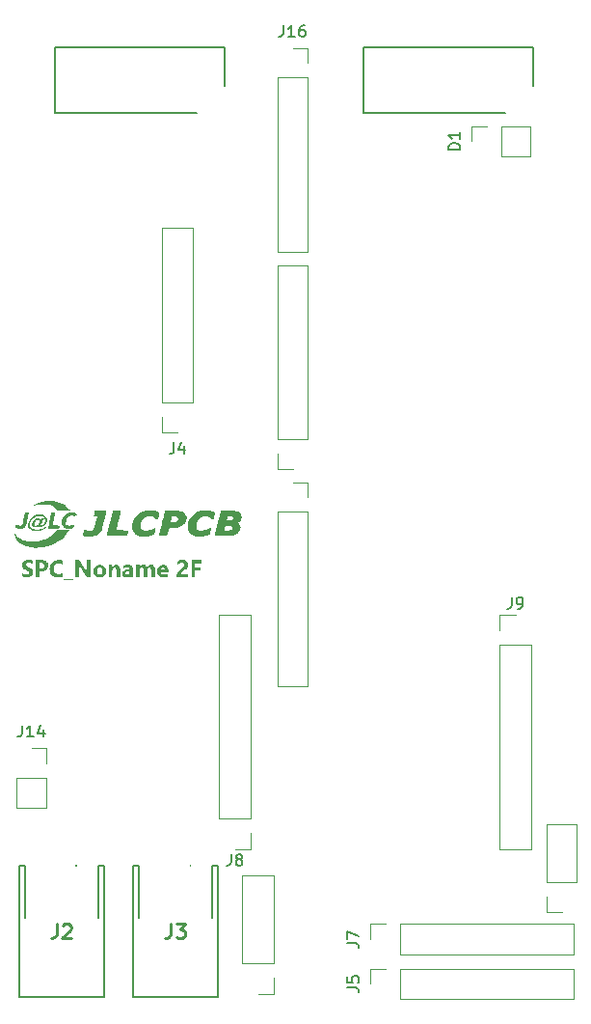
<source format=gbr>
%TF.GenerationSoftware,KiCad,Pcbnew,9.0.2*%
%TF.CreationDate,2025-11-02T21:53:54+09:00*%
%TF.ProjectId,SPC_Noname2,5350435f-4e6f-46e6-916d-65322e6b6963,rev?*%
%TF.SameCoordinates,Original*%
%TF.FileFunction,Legend,Top*%
%TF.FilePolarity,Positive*%
%FSLAX46Y46*%
G04 Gerber Fmt 4.6, Leading zero omitted, Abs format (unit mm)*
G04 Created by KiCad (PCBNEW 9.0.2) date 2025-11-02 21:53:54*
%MOMM*%
%LPD*%
G01*
G04 APERTURE LIST*
%ADD10C,0.300000*%
%ADD11C,0.150000*%
%ADD12C,0.254000*%
%ADD13C,0.120000*%
%ADD14C,0.200000*%
%ADD15C,0.100000*%
%ADD16C,0.000000*%
G04 APERTURE END LIST*
D10*
G36*
X171540383Y-102425923D02*
G01*
X171540383Y-102095737D01*
X171633967Y-102162781D01*
X171734007Y-102210043D01*
X171839648Y-102238721D01*
X171945124Y-102248145D01*
X172005608Y-102245152D01*
X172054301Y-102236971D01*
X172098368Y-102223007D01*
X172132153Y-102205738D01*
X172159936Y-102183490D01*
X172178773Y-102158752D01*
X172190298Y-102130556D01*
X172194160Y-102099951D01*
X172187960Y-102059156D01*
X172169522Y-102023197D01*
X172141342Y-101991502D01*
X172102386Y-101960732D01*
X172001453Y-101905503D01*
X171875515Y-101851189D01*
X171764760Y-101796598D01*
X171680715Y-101738129D01*
X171618785Y-101676159D01*
X171572238Y-101603319D01*
X171544015Y-101520931D01*
X171534247Y-101426390D01*
X171539731Y-101351101D01*
X171555344Y-101285954D01*
X171580317Y-101229286D01*
X171634701Y-101154256D01*
X171705888Y-101093640D01*
X171790246Y-101048022D01*
X171889803Y-101015329D01*
X171996265Y-100996637D01*
X172111179Y-100990233D01*
X172222710Y-100993896D01*
X172314511Y-101003972D01*
X172400877Y-101021699D01*
X172478001Y-101046195D01*
X172478001Y-101350186D01*
X172397493Y-101306406D01*
X172307825Y-101274990D01*
X172216142Y-101256580D01*
X172129589Y-101250535D01*
X172074665Y-101253334D01*
X172027098Y-101261251D01*
X171983403Y-101274609D01*
X171949246Y-101291385D01*
X171920616Y-101313146D01*
X171900061Y-101337913D01*
X171887059Y-101366502D01*
X171882659Y-101398729D01*
X171887572Y-101433847D01*
X171902076Y-101464767D01*
X171924833Y-101492306D01*
X171957397Y-101519996D01*
X172044501Y-101571195D01*
X172160363Y-101622944D01*
X172245634Y-101661749D01*
X172318633Y-101701255D01*
X172384753Y-101746044D01*
X172439075Y-101794861D01*
X172483394Y-101850819D01*
X172515920Y-101914204D01*
X172535549Y-101984667D01*
X172542573Y-102070275D01*
X172536915Y-102151072D01*
X172521013Y-102219111D01*
X172495953Y-102276538D01*
X172440971Y-102352084D01*
X172369374Y-102411727D01*
X172284463Y-102455500D01*
X172183444Y-102485915D01*
X172075577Y-102502698D01*
X171959504Y-102508447D01*
X171840336Y-102503163D01*
X171729427Y-102487747D01*
X171625074Y-102461148D01*
X171540383Y-102425923D01*
G37*
G36*
X173448294Y-101022938D02*
G01*
X173563852Y-101048283D01*
X173655394Y-101086982D01*
X173727331Y-101137658D01*
X173782825Y-101200425D01*
X173823522Y-101276876D01*
X173849375Y-101369905D01*
X173858645Y-101483451D01*
X173848235Y-101591398D01*
X173818233Y-101685542D01*
X173769069Y-101768678D01*
X173699276Y-101842671D01*
X173616431Y-101900750D01*
X173519709Y-101943439D01*
X173406511Y-101970352D01*
X173273561Y-101979875D01*
X173115750Y-101979875D01*
X173115750Y-102485000D01*
X172784831Y-102485000D01*
X172784831Y-101728824D01*
X173115750Y-101728824D01*
X173245901Y-101728824D01*
X173333930Y-101720996D01*
X173399135Y-101700016D01*
X173446925Y-101668113D01*
X173480927Y-101625254D01*
X173502466Y-101569166D01*
X173510324Y-101495724D01*
X173502555Y-101424297D01*
X173481214Y-101369592D01*
X173447405Y-101327630D01*
X173399690Y-101296268D01*
X173334349Y-101275579D01*
X173245901Y-101267846D01*
X173115750Y-101267846D01*
X173115750Y-101728824D01*
X172784831Y-101728824D01*
X172784831Y-101013681D01*
X173303328Y-101013681D01*
X173448294Y-101022938D01*
G37*
G36*
X175127822Y-102430411D02*
G01*
X175017733Y-102471550D01*
X174879685Y-102498575D01*
X174707694Y-102508447D01*
X174571554Y-102499624D01*
X174452623Y-102474461D01*
X174348344Y-102434294D01*
X174256603Y-102379579D01*
X174175825Y-102309877D01*
X174107610Y-102227289D01*
X174054179Y-102134699D01*
X174015089Y-102030696D01*
X173990711Y-101913404D01*
X173982201Y-101780573D01*
X173991607Y-101639923D01*
X174018690Y-101514530D01*
X174062392Y-101402126D01*
X174122554Y-101300846D01*
X174199913Y-101209319D01*
X174291093Y-101131259D01*
X174391644Y-101070698D01*
X174502889Y-101026802D01*
X174626641Y-100999650D01*
X174765122Y-100990233D01*
X174908190Y-100996995D01*
X175027961Y-101015804D01*
X175127822Y-101044822D01*
X175127822Y-101365390D01*
X175026131Y-101315682D01*
X174914831Y-101285460D01*
X174791683Y-101275081D01*
X174689947Y-101283784D01*
X174601924Y-101308674D01*
X174525100Y-101348920D01*
X174457650Y-101405049D01*
X174403472Y-101473554D01*
X174364048Y-101553462D01*
X174339340Y-101646982D01*
X174330614Y-101757034D01*
X174338842Y-101862628D01*
X174362165Y-101952671D01*
X174399389Y-102029868D01*
X174450506Y-102096287D01*
X174514291Y-102150633D01*
X174587938Y-102189745D01*
X174673377Y-102214051D01*
X174773273Y-102222591D01*
X174899796Y-102211837D01*
X175017327Y-102180156D01*
X175127822Y-102127428D01*
X175127822Y-102430411D01*
G37*
G36*
X176087422Y-102788624D02*
G01*
X175216482Y-102788624D01*
X175216482Y-102666716D01*
X176087422Y-102666716D01*
X176087422Y-102788624D01*
G37*
G36*
X177576876Y-102485000D02*
G01*
X177242843Y-102485000D01*
X176637151Y-101560571D01*
X176563421Y-101438480D01*
X176559299Y-101438480D01*
X176567542Y-101676525D01*
X176567542Y-102485000D01*
X176255034Y-102485000D01*
X176255034Y-101013681D01*
X176611598Y-101013681D01*
X177194666Y-101909350D01*
X177268397Y-102029426D01*
X177272519Y-102029426D01*
X177266898Y-101965789D01*
X177264275Y-101827284D01*
X177264275Y-101013681D01*
X177576876Y-101013681D01*
X177576876Y-102485000D01*
G37*
G36*
X178526346Y-101422444D02*
G01*
X178635646Y-101451083D01*
X178728071Y-101496548D01*
X178806394Y-101558739D01*
X178870391Y-101636350D01*
X178916414Y-101725191D01*
X178944955Y-101827442D01*
X178954955Y-101946078D01*
X178944456Y-102074860D01*
X178914720Y-102184154D01*
X178867205Y-102277468D01*
X178801723Y-102357413D01*
X178720957Y-102421679D01*
X178626104Y-102468555D01*
X178514409Y-102498016D01*
X178382236Y-102508447D01*
X178251899Y-102498297D01*
X178141977Y-102469666D01*
X178048861Y-102424194D01*
X177969801Y-102361993D01*
X177905526Y-102284364D01*
X177858994Y-102194037D01*
X177829931Y-102088530D01*
X177819684Y-101964487D01*
X177820028Y-101960366D01*
X178148587Y-101960366D01*
X178157091Y-102061988D01*
X178179735Y-102136553D01*
X178213784Y-102190493D01*
X178258874Y-102228304D01*
X178317071Y-102251950D01*
X178392494Y-102260510D01*
X178463157Y-102252050D01*
X178518207Y-102228505D01*
X178561410Y-102190394D01*
X178594460Y-102135276D01*
X178616659Y-102058180D01*
X178625044Y-101952214D01*
X178616821Y-101853127D01*
X178594944Y-101780515D01*
X178562099Y-101728080D01*
X178518687Y-101691399D01*
X178462762Y-101668502D01*
X178390388Y-101660222D01*
X178317611Y-101669466D01*
X178259316Y-101695594D01*
X178212060Y-101738624D01*
X178178427Y-101794293D01*
X178156601Y-101866656D01*
X178148587Y-101960366D01*
X177820028Y-101960366D01*
X177830378Y-101836328D01*
X177860604Y-101728289D01*
X177908852Y-101636664D01*
X177975389Y-101558739D01*
X178057147Y-101496470D01*
X178152690Y-101450980D01*
X178264667Y-101422393D01*
X178396524Y-101412285D01*
X178526346Y-101422444D01*
G37*
G36*
X180179253Y-102485000D02*
G01*
X179856486Y-102485000D01*
X179856486Y-101903488D01*
X179847411Y-101805115D01*
X179823975Y-101738705D01*
X179789477Y-101695312D01*
X179743555Y-101669458D01*
X179682280Y-101660222D01*
X179629257Y-101667471D01*
X179583811Y-101688620D01*
X179543977Y-101724610D01*
X179514363Y-101770227D01*
X179496094Y-101824011D01*
X179489664Y-101888101D01*
X179489664Y-102485000D01*
X179165889Y-102485000D01*
X179165889Y-101435732D01*
X179489664Y-101435732D01*
X179489664Y-101603802D01*
X179493785Y-101603802D01*
X179545652Y-101533366D01*
X179604219Y-101480554D01*
X179670166Y-101443155D01*
X179744984Y-101420248D01*
X179830840Y-101412285D01*
X179924714Y-101421392D01*
X179999864Y-101446716D01*
X180060330Y-101486888D01*
X180108682Y-101542810D01*
X180145682Y-101617516D01*
X180170180Y-101715810D01*
X180179253Y-101843862D01*
X180179253Y-102485000D01*
G37*
G36*
X180972181Y-101420423D02*
G01*
X181063409Y-101442897D01*
X181136953Y-101477703D01*
X181195980Y-101524161D01*
X181242547Y-101582982D01*
X181277397Y-101656186D01*
X181299883Y-101746908D01*
X181308021Y-101859158D01*
X181308021Y-102485000D01*
X181001649Y-102485000D01*
X181001649Y-102332134D01*
X180997527Y-102332134D01*
X180950226Y-102396765D01*
X180896367Y-102445345D01*
X180835283Y-102479851D01*
X180765530Y-102501055D01*
X180685019Y-102508447D01*
X180586696Y-102498014D01*
X180508039Y-102468874D01*
X180444684Y-102422168D01*
X180396880Y-102359738D01*
X180367512Y-102284212D01*
X180357123Y-102191816D01*
X180361204Y-102153898D01*
X180655252Y-102153898D01*
X180664981Y-102204130D01*
X180693628Y-102243840D01*
X180737322Y-102269616D01*
X180797676Y-102278920D01*
X180855744Y-102271711D01*
X180904532Y-102250984D01*
X180946236Y-102216454D01*
X180977757Y-102171819D01*
X180996957Y-102119811D01*
X181003664Y-102058368D01*
X181003664Y-101988210D01*
X180813063Y-102012573D01*
X180738217Y-102031362D01*
X180691397Y-102061143D01*
X180664621Y-102100911D01*
X180655252Y-102153898D01*
X180361204Y-102153898D01*
X180367362Y-102096685D01*
X180396114Y-102019710D01*
X180442503Y-101956844D01*
X180508451Y-101905802D01*
X180598400Y-101866398D01*
X180718816Y-101840565D01*
X181003664Y-101802738D01*
X180995669Y-101739560D01*
X180974005Y-101694069D01*
X180939439Y-101661608D01*
X180889110Y-101640518D01*
X180817185Y-101632561D01*
X180725524Y-101639533D01*
X180636162Y-101660432D01*
X180548135Y-101695707D01*
X180460621Y-101746409D01*
X180460621Y-101500945D01*
X180535125Y-101469819D01*
X180645543Y-101439121D01*
X180760736Y-101418609D01*
X180859225Y-101412285D01*
X180972181Y-101420423D01*
G37*
G36*
X183230976Y-102485000D02*
G01*
X182908209Y-102485000D01*
X182908209Y-101888101D01*
X182899564Y-101796460D01*
X182877173Y-101734332D01*
X182844041Y-101693493D01*
X182799657Y-101669006D01*
X182740139Y-101660222D01*
X182690247Y-101667799D01*
X182647524Y-101690091D01*
X182609988Y-101728732D01*
X182582727Y-101776629D01*
X182565773Y-101832845D01*
X182559796Y-101899366D01*
X182559796Y-102485000D01*
X182236022Y-102485000D01*
X182236022Y-101881964D01*
X182227569Y-101792937D01*
X182205656Y-101732505D01*
X182173180Y-101692711D01*
X182129597Y-101668808D01*
X182071066Y-101660222D01*
X182018908Y-101667635D01*
X181975368Y-101689109D01*
X181938259Y-101725618D01*
X181911805Y-101771738D01*
X181894797Y-101829979D01*
X181888617Y-101903488D01*
X181888617Y-102485000D01*
X181564842Y-102485000D01*
X181564842Y-101435732D01*
X181888617Y-101435732D01*
X181888617Y-101601787D01*
X181892739Y-101601787D01*
X181930311Y-101549712D01*
X181976947Y-101504262D01*
X182033606Y-101465041D01*
X182095830Y-101435772D01*
X182161582Y-101418226D01*
X182231900Y-101412285D01*
X182318343Y-101420750D01*
X182389404Y-101444568D01*
X182448279Y-101482771D01*
X182497013Y-101536308D01*
X182536257Y-101607923D01*
X182589793Y-101536319D01*
X182650629Y-101482407D01*
X182719537Y-101444069D01*
X182798126Y-101420500D01*
X182888700Y-101412285D01*
X182981059Y-101421205D01*
X183054949Y-101445996D01*
X183114349Y-101485292D01*
X183161802Y-101539940D01*
X183198083Y-101612874D01*
X183222088Y-101708761D01*
X183230976Y-101833604D01*
X183230976Y-102485000D01*
G37*
G36*
X184063323Y-101421679D02*
G01*
X184158183Y-101448112D01*
X184237756Y-101490097D01*
X184304606Y-101547748D01*
X184357866Y-101618667D01*
X184396888Y-101701874D01*
X184421470Y-101799735D01*
X184430177Y-101915303D01*
X184430177Y-102050675D01*
X183745717Y-102050675D01*
X183758596Y-102121460D01*
X183784225Y-102176307D01*
X183822018Y-102218696D01*
X183873579Y-102250402D01*
X183942452Y-102271205D01*
X184033680Y-102278920D01*
X184146815Y-102269501D01*
X184247516Y-102242258D01*
X184338037Y-102197770D01*
X184338037Y-102430778D01*
X184237960Y-102471927D01*
X184113681Y-102498715D01*
X183959949Y-102508447D01*
X183833440Y-102498628D01*
X183727866Y-102471060D01*
X183639466Y-102427490D01*
X183565375Y-102368129D01*
X183505891Y-102294058D01*
X183462331Y-102206110D01*
X183434833Y-102101525D01*
X183425057Y-101976669D01*
X183435116Y-101851922D01*
X183743702Y-101851922D01*
X184130034Y-101851922D01*
X184121098Y-101764783D01*
X184097682Y-101704737D01*
X184062324Y-101664358D01*
X184013830Y-101639574D01*
X183947584Y-101630546D01*
X183898436Y-101637463D01*
X183854050Y-101658093D01*
X183812854Y-101693927D01*
X183780330Y-101738884D01*
X183757247Y-101791066D01*
X183743702Y-101851922D01*
X183435116Y-101851922D01*
X183435444Y-101847850D01*
X183464874Y-101738358D01*
X183511893Y-101644742D01*
X183576640Y-101564418D01*
X183657167Y-101497635D01*
X183745018Y-101450614D01*
X183841781Y-101422090D01*
X183949691Y-101412285D01*
X184063323Y-101421679D01*
G37*
G36*
X185505365Y-102216546D02*
G01*
X186128367Y-102216546D01*
X186128367Y-102485000D01*
X185150908Y-102485000D01*
X185150908Y-102374357D01*
X185160734Y-102265523D01*
X185188826Y-102171850D01*
X185231965Y-102086099D01*
X185284081Y-102010833D01*
X185344512Y-101943325D01*
X185409561Y-101884712D01*
X185539254Y-101785793D01*
X185652369Y-101697683D01*
X185734343Y-101614152D01*
X185763934Y-101571512D01*
X185784077Y-101530071D01*
X185796319Y-101486383D01*
X185800471Y-101439304D01*
X185793882Y-101378618D01*
X185775790Y-101332209D01*
X185747165Y-101296697D01*
X185708718Y-101271394D01*
X185655941Y-101254684D01*
X185584316Y-101248428D01*
X185493264Y-101257389D01*
X185403409Y-101284572D01*
X185313257Y-101331412D01*
X185221616Y-101400561D01*
X185221616Y-101114706D01*
X185320019Y-101060467D01*
X185424112Y-101021758D01*
X185535002Y-100998245D01*
X185654017Y-100990233D01*
X185762182Y-100997872D01*
X185854327Y-101019451D01*
X185937386Y-101055612D01*
X186004445Y-101102982D01*
X186058472Y-101162889D01*
X186098142Y-101234690D01*
X186122133Y-101315205D01*
X186130474Y-101407431D01*
X186122289Y-101505293D01*
X186099150Y-101587865D01*
X186062660Y-101663443D01*
X186016168Y-101731388D01*
X185960770Y-101792971D01*
X185896825Y-101849815D01*
X185756416Y-101953863D01*
X185661619Y-102023197D01*
X185581202Y-102090883D01*
X185525881Y-102156004D01*
X185510139Y-102188096D01*
X185505365Y-102216546D01*
G37*
G36*
X187290841Y-101283142D02*
G01*
X186772344Y-101283142D01*
X186772344Y-101646758D01*
X187248893Y-101646758D01*
X187248893Y-101915211D01*
X186772344Y-101915211D01*
X186772344Y-102485000D01*
X186441426Y-102485000D01*
X186441426Y-101013681D01*
X187290841Y-101013681D01*
X187290841Y-101283142D01*
G37*
D11*
X200138819Y-138509333D02*
X200853104Y-138509333D01*
X200853104Y-138509333D02*
X200995961Y-138556952D01*
X200995961Y-138556952D02*
X201091200Y-138652190D01*
X201091200Y-138652190D02*
X201138819Y-138795047D01*
X201138819Y-138795047D02*
X201138819Y-138890285D01*
X200138819Y-137556952D02*
X200138819Y-138033142D01*
X200138819Y-138033142D02*
X200615009Y-138080761D01*
X200615009Y-138080761D02*
X200567390Y-138033142D01*
X200567390Y-138033142D02*
X200519771Y-137937904D01*
X200519771Y-137937904D02*
X200519771Y-137699809D01*
X200519771Y-137699809D02*
X200567390Y-137604571D01*
X200567390Y-137604571D02*
X200615009Y-137556952D01*
X200615009Y-137556952D02*
X200710247Y-137509333D01*
X200710247Y-137509333D02*
X200948342Y-137509333D01*
X200948342Y-137509333D02*
X201043580Y-137556952D01*
X201043580Y-137556952D02*
X201091200Y-137604571D01*
X201091200Y-137604571D02*
X201138819Y-137699809D01*
X201138819Y-137699809D02*
X201138819Y-137937904D01*
X201138819Y-137937904D02*
X201091200Y-138033142D01*
X201091200Y-138033142D02*
X201043580Y-138080761D01*
X171575476Y-115514819D02*
X171575476Y-116229104D01*
X171575476Y-116229104D02*
X171527857Y-116371961D01*
X171527857Y-116371961D02*
X171432619Y-116467200D01*
X171432619Y-116467200D02*
X171289762Y-116514819D01*
X171289762Y-116514819D02*
X171194524Y-116514819D01*
X172575476Y-116514819D02*
X172004048Y-116514819D01*
X172289762Y-116514819D02*
X172289762Y-115514819D01*
X172289762Y-115514819D02*
X172194524Y-115657676D01*
X172194524Y-115657676D02*
X172099286Y-115752914D01*
X172099286Y-115752914D02*
X172004048Y-115800533D01*
X173432619Y-115848152D02*
X173432619Y-116514819D01*
X173194524Y-115467200D02*
X172956429Y-116181485D01*
X172956429Y-116181485D02*
X173575476Y-116181485D01*
X214550666Y-104262819D02*
X214550666Y-104977104D01*
X214550666Y-104977104D02*
X214503047Y-105119961D01*
X214503047Y-105119961D02*
X214407809Y-105215200D01*
X214407809Y-105215200D02*
X214264952Y-105262819D01*
X214264952Y-105262819D02*
X214169714Y-105262819D01*
X215074476Y-105262819D02*
X215264952Y-105262819D01*
X215264952Y-105262819D02*
X215360190Y-105215200D01*
X215360190Y-105215200D02*
X215407809Y-105167580D01*
X215407809Y-105167580D02*
X215503047Y-105024723D01*
X215503047Y-105024723D02*
X215550666Y-104834247D01*
X215550666Y-104834247D02*
X215550666Y-104453295D01*
X215550666Y-104453295D02*
X215503047Y-104358057D01*
X215503047Y-104358057D02*
X215455428Y-104310438D01*
X215455428Y-104310438D02*
X215360190Y-104262819D01*
X215360190Y-104262819D02*
X215169714Y-104262819D01*
X215169714Y-104262819D02*
X215074476Y-104310438D01*
X215074476Y-104310438D02*
X215026857Y-104358057D01*
X215026857Y-104358057D02*
X214979238Y-104453295D01*
X214979238Y-104453295D02*
X214979238Y-104691390D01*
X214979238Y-104691390D02*
X215026857Y-104786628D01*
X215026857Y-104786628D02*
X215074476Y-104834247D01*
X215074476Y-104834247D02*
X215169714Y-104881866D01*
X215169714Y-104881866D02*
X215360190Y-104881866D01*
X215360190Y-104881866D02*
X215455428Y-104834247D01*
X215455428Y-104834247D02*
X215503047Y-104786628D01*
X215503047Y-104786628D02*
X215550666Y-104691390D01*
X210028819Y-65000094D02*
X209028819Y-65000094D01*
X209028819Y-65000094D02*
X209028819Y-64761999D01*
X209028819Y-64761999D02*
X209076438Y-64619142D01*
X209076438Y-64619142D02*
X209171676Y-64523904D01*
X209171676Y-64523904D02*
X209266914Y-64476285D01*
X209266914Y-64476285D02*
X209457390Y-64428666D01*
X209457390Y-64428666D02*
X209600247Y-64428666D01*
X209600247Y-64428666D02*
X209790723Y-64476285D01*
X209790723Y-64476285D02*
X209885961Y-64523904D01*
X209885961Y-64523904D02*
X209981200Y-64619142D01*
X209981200Y-64619142D02*
X210028819Y-64761999D01*
X210028819Y-64761999D02*
X210028819Y-65000094D01*
X210028819Y-63476285D02*
X210028819Y-64047713D01*
X210028819Y-63761999D02*
X209028819Y-63761999D01*
X209028819Y-63761999D02*
X209171676Y-63857237D01*
X209171676Y-63857237D02*
X209266914Y-63952475D01*
X209266914Y-63952475D02*
X209314533Y-64047713D01*
X200138819Y-134599333D02*
X200853104Y-134599333D01*
X200853104Y-134599333D02*
X200995961Y-134646952D01*
X200995961Y-134646952D02*
X201091200Y-134742190D01*
X201091200Y-134742190D02*
X201138819Y-134885047D01*
X201138819Y-134885047D02*
X201138819Y-134980285D01*
X200138819Y-134218380D02*
X200138819Y-133551714D01*
X200138819Y-133551714D02*
X201138819Y-133980285D01*
D12*
X184606667Y-132908318D02*
X184606667Y-133815461D01*
X184606667Y-133815461D02*
X184546190Y-133996889D01*
X184546190Y-133996889D02*
X184425238Y-134117842D01*
X184425238Y-134117842D02*
X184243809Y-134178318D01*
X184243809Y-134178318D02*
X184122857Y-134178318D01*
X185090476Y-132908318D02*
X185876667Y-132908318D01*
X185876667Y-132908318D02*
X185453333Y-133392127D01*
X185453333Y-133392127D02*
X185634762Y-133392127D01*
X185634762Y-133392127D02*
X185755714Y-133452603D01*
X185755714Y-133452603D02*
X185816190Y-133513080D01*
X185816190Y-133513080D02*
X185876667Y-133634032D01*
X185876667Y-133634032D02*
X185876667Y-133936413D01*
X185876667Y-133936413D02*
X185816190Y-134057365D01*
X185816190Y-134057365D02*
X185755714Y-134117842D01*
X185755714Y-134117842D02*
X185634762Y-134178318D01*
X185634762Y-134178318D02*
X185271905Y-134178318D01*
X185271905Y-134178318D02*
X185150952Y-134117842D01*
X185150952Y-134117842D02*
X185090476Y-134057365D01*
D11*
X189912666Y-126802819D02*
X189912666Y-127517104D01*
X189912666Y-127517104D02*
X189865047Y-127659961D01*
X189865047Y-127659961D02*
X189769809Y-127755200D01*
X189769809Y-127755200D02*
X189626952Y-127802819D01*
X189626952Y-127802819D02*
X189531714Y-127802819D01*
X190531714Y-127231390D02*
X190436476Y-127183771D01*
X190436476Y-127183771D02*
X190388857Y-127136152D01*
X190388857Y-127136152D02*
X190341238Y-127040914D01*
X190341238Y-127040914D02*
X190341238Y-126993295D01*
X190341238Y-126993295D02*
X190388857Y-126898057D01*
X190388857Y-126898057D02*
X190436476Y-126850438D01*
X190436476Y-126850438D02*
X190531714Y-126802819D01*
X190531714Y-126802819D02*
X190722190Y-126802819D01*
X190722190Y-126802819D02*
X190817428Y-126850438D01*
X190817428Y-126850438D02*
X190865047Y-126898057D01*
X190865047Y-126898057D02*
X190912666Y-126993295D01*
X190912666Y-126993295D02*
X190912666Y-127040914D01*
X190912666Y-127040914D02*
X190865047Y-127136152D01*
X190865047Y-127136152D02*
X190817428Y-127183771D01*
X190817428Y-127183771D02*
X190722190Y-127231390D01*
X190722190Y-127231390D02*
X190531714Y-127231390D01*
X190531714Y-127231390D02*
X190436476Y-127279009D01*
X190436476Y-127279009D02*
X190388857Y-127326628D01*
X190388857Y-127326628D02*
X190341238Y-127421866D01*
X190341238Y-127421866D02*
X190341238Y-127612342D01*
X190341238Y-127612342D02*
X190388857Y-127707580D01*
X190388857Y-127707580D02*
X190436476Y-127755200D01*
X190436476Y-127755200D02*
X190531714Y-127802819D01*
X190531714Y-127802819D02*
X190722190Y-127802819D01*
X190722190Y-127802819D02*
X190817428Y-127755200D01*
X190817428Y-127755200D02*
X190865047Y-127707580D01*
X190865047Y-127707580D02*
X190912666Y-127612342D01*
X190912666Y-127612342D02*
X190912666Y-127421866D01*
X190912666Y-127421866D02*
X190865047Y-127326628D01*
X190865047Y-127326628D02*
X190817428Y-127279009D01*
X190817428Y-127279009D02*
X190722190Y-127231390D01*
X184876666Y-90684819D02*
X184876666Y-91399104D01*
X184876666Y-91399104D02*
X184829047Y-91541961D01*
X184829047Y-91541961D02*
X184733809Y-91637200D01*
X184733809Y-91637200D02*
X184590952Y-91684819D01*
X184590952Y-91684819D02*
X184495714Y-91684819D01*
X185781428Y-91018152D02*
X185781428Y-91684819D01*
X185543333Y-90637200D02*
X185305238Y-91351485D01*
X185305238Y-91351485D02*
X185924285Y-91351485D01*
X194516476Y-54088819D02*
X194516476Y-54803104D01*
X194516476Y-54803104D02*
X194468857Y-54945961D01*
X194468857Y-54945961D02*
X194373619Y-55041200D01*
X194373619Y-55041200D02*
X194230762Y-55088819D01*
X194230762Y-55088819D02*
X194135524Y-55088819D01*
X195516476Y-55088819D02*
X194945048Y-55088819D01*
X195230762Y-55088819D02*
X195230762Y-54088819D01*
X195230762Y-54088819D02*
X195135524Y-54231676D01*
X195135524Y-54231676D02*
X195040286Y-54326914D01*
X195040286Y-54326914D02*
X194945048Y-54374533D01*
X196373619Y-54088819D02*
X196183143Y-54088819D01*
X196183143Y-54088819D02*
X196087905Y-54136438D01*
X196087905Y-54136438D02*
X196040286Y-54184057D01*
X196040286Y-54184057D02*
X195945048Y-54326914D01*
X195945048Y-54326914D02*
X195897429Y-54517390D01*
X195897429Y-54517390D02*
X195897429Y-54898342D01*
X195897429Y-54898342D02*
X195945048Y-54993580D01*
X195945048Y-54993580D02*
X195992667Y-55041200D01*
X195992667Y-55041200D02*
X196087905Y-55088819D01*
X196087905Y-55088819D02*
X196278381Y-55088819D01*
X196278381Y-55088819D02*
X196373619Y-55041200D01*
X196373619Y-55041200D02*
X196421238Y-54993580D01*
X196421238Y-54993580D02*
X196468857Y-54898342D01*
X196468857Y-54898342D02*
X196468857Y-54660247D01*
X196468857Y-54660247D02*
X196421238Y-54565009D01*
X196421238Y-54565009D02*
X196373619Y-54517390D01*
X196373619Y-54517390D02*
X196278381Y-54469771D01*
X196278381Y-54469771D02*
X196087905Y-54469771D01*
X196087905Y-54469771D02*
X195992667Y-54517390D01*
X195992667Y-54517390D02*
X195945048Y-54565009D01*
X195945048Y-54565009D02*
X195897429Y-54660247D01*
D12*
X174582667Y-132908318D02*
X174582667Y-133815461D01*
X174582667Y-133815461D02*
X174522190Y-133996889D01*
X174522190Y-133996889D02*
X174401238Y-134117842D01*
X174401238Y-134117842D02*
X174219809Y-134178318D01*
X174219809Y-134178318D02*
X174098857Y-134178318D01*
X175126952Y-133029270D02*
X175187428Y-132968794D01*
X175187428Y-132968794D02*
X175308381Y-132908318D01*
X175308381Y-132908318D02*
X175610762Y-132908318D01*
X175610762Y-132908318D02*
X175731714Y-132968794D01*
X175731714Y-132968794D02*
X175792190Y-133029270D01*
X175792190Y-133029270D02*
X175852667Y-133150222D01*
X175852667Y-133150222D02*
X175852667Y-133271175D01*
X175852667Y-133271175D02*
X175792190Y-133452603D01*
X175792190Y-133452603D02*
X175066476Y-134178318D01*
X175066476Y-134178318D02*
X175852667Y-134178318D01*
D13*
%TO.C,J5*%
X202124000Y-136846000D02*
X203454000Y-136846000D01*
X202124000Y-138176000D02*
X202124000Y-136846000D01*
X204724000Y-136846000D02*
X220024000Y-136846000D01*
X204724000Y-139506000D02*
X204724000Y-136846000D01*
X204724000Y-139506000D02*
X220024000Y-139506000D01*
X220024000Y-139506000D02*
X220024000Y-136846000D01*
D14*
%TO.C,J1*%
X201552000Y-56036000D02*
X216452000Y-56036000D01*
X201552000Y-61786000D02*
X201552000Y-56036000D01*
X214002000Y-61786000D02*
X201552000Y-61786000D01*
X216452000Y-56036000D02*
X216452000Y-59436000D01*
D13*
%TO.C,J14*%
X171055000Y-120100000D02*
X171055000Y-122700000D01*
X171055000Y-120100000D02*
X173715000Y-120100000D01*
X171055000Y-122700000D02*
X173715000Y-122700000D01*
X172385000Y-117500000D02*
X173715000Y-117500000D01*
X173715000Y-117500000D02*
X173715000Y-118830000D01*
X173715000Y-120100000D02*
X173715000Y-122700000D01*
%TO.C,J10*%
X193996000Y-90424000D02*
X193996000Y-75124000D01*
X193996000Y-93024000D02*
X193996000Y-91694000D01*
X195326000Y-93024000D02*
X193996000Y-93024000D01*
X196656000Y-75124000D02*
X193996000Y-75124000D01*
X196656000Y-90424000D02*
X193996000Y-90424000D01*
X196656000Y-90424000D02*
X196656000Y-75124000D01*
%TO.C,J9*%
X213504000Y-105808000D02*
X214884000Y-105808000D01*
X213504000Y-107188000D02*
X213504000Y-105808000D01*
X213504000Y-108458000D02*
X213504000Y-126348000D01*
X213504000Y-108458000D02*
X216264000Y-108458000D01*
X213504000Y-126348000D02*
X216264000Y-126348000D01*
X216264000Y-108458000D02*
X216264000Y-126348000D01*
%TO.C,D1*%
X211014000Y-62932000D02*
X212344000Y-62932000D01*
X211014000Y-64262000D02*
X211014000Y-62932000D01*
X213614000Y-62932000D02*
X216214000Y-62932000D01*
X213614000Y-65592000D02*
X213614000Y-62932000D01*
X213614000Y-65592000D02*
X216214000Y-65592000D01*
X216214000Y-65592000D02*
X216214000Y-62932000D01*
%TO.C,J7*%
X202124000Y-132936000D02*
X203454000Y-132936000D01*
X202124000Y-134266000D02*
X202124000Y-132936000D01*
X204724000Y-132936000D02*
X220024000Y-132936000D01*
X204724000Y-135596000D02*
X204724000Y-132936000D01*
X204724000Y-135596000D02*
X220024000Y-135596000D01*
X220024000Y-135596000D02*
X220024000Y-132936000D01*
D14*
%TO.C,J12*%
X174454000Y-56036000D02*
X189354000Y-56036000D01*
X174454000Y-61786000D02*
X174454000Y-56036000D01*
X186904000Y-61786000D02*
X174454000Y-61786000D01*
X189354000Y-56036000D02*
X189354000Y-59436000D01*
%TO.C,J3*%
X181305000Y-127854000D02*
X181855000Y-127854000D01*
X181355000Y-139354000D02*
X181305000Y-127854000D01*
X181855000Y-127854000D02*
X181855000Y-132354000D01*
D15*
X186305000Y-127754000D02*
X186305000Y-127754000D01*
X186305000Y-127854000D02*
X186305000Y-127854000D01*
D14*
X188255000Y-127854000D02*
X188755000Y-127854000D01*
X188255000Y-132354000D02*
X188255000Y-127854000D01*
X188755000Y-127854000D02*
X188755000Y-139354000D01*
X188755000Y-139354000D02*
X181355000Y-139354000D01*
D15*
X186305000Y-127754000D02*
G75*
G02*
X186305000Y-127854000I0J-50000D01*
G01*
X186305000Y-127854000D02*
G75*
G02*
X186305000Y-127754000I0J50000D01*
G01*
D13*
%TO.C,J8*%
X188866000Y-123698000D02*
X188866000Y-105808000D01*
X191626000Y-105808000D02*
X188866000Y-105808000D01*
X191626000Y-123698000D02*
X188866000Y-123698000D01*
X191626000Y-123698000D02*
X191626000Y-105808000D01*
X191626000Y-124968000D02*
X191626000Y-126348000D01*
X191626000Y-126348000D02*
X190246000Y-126348000D01*
%TO.C,J13*%
X190898000Y-136398000D02*
X190898000Y-128668000D01*
X193658000Y-128668000D02*
X190898000Y-128668000D01*
X193658000Y-136398000D02*
X190898000Y-136398000D01*
X193658000Y-136398000D02*
X193658000Y-128668000D01*
X193658000Y-137668000D02*
X193658000Y-139048000D01*
X193658000Y-139048000D02*
X192278000Y-139048000D01*
%TO.C,J11*%
X193996000Y-96774000D02*
X193996000Y-112074000D01*
X193996000Y-96774000D02*
X196656000Y-96774000D01*
X193996000Y-112074000D02*
X196656000Y-112074000D01*
X195326000Y-94174000D02*
X196656000Y-94174000D01*
X196656000Y-94174000D02*
X196656000Y-95504000D01*
X196656000Y-96774000D02*
X196656000Y-112074000D01*
%TO.C,J4*%
X183880000Y-87190000D02*
X183880000Y-71890000D01*
X183880000Y-89790000D02*
X183880000Y-88460000D01*
X185210000Y-89790000D02*
X183880000Y-89790000D01*
X186540000Y-71890000D02*
X183880000Y-71890000D01*
X186540000Y-87190000D02*
X183880000Y-87190000D01*
X186540000Y-87190000D02*
X186540000Y-71890000D01*
%TO.C,J6*%
X217618000Y-129286000D02*
X217618000Y-124146000D01*
X217618000Y-131886000D02*
X217618000Y-130556000D01*
X218948000Y-131886000D02*
X217618000Y-131886000D01*
X220278000Y-124146000D02*
X217618000Y-124146000D01*
X220278000Y-129286000D02*
X217618000Y-129286000D01*
X220278000Y-129286000D02*
X220278000Y-124146000D01*
%TO.C,J16*%
X193996000Y-58674000D02*
X193996000Y-73974000D01*
X193996000Y-58674000D02*
X196656000Y-58674000D01*
X193996000Y-73974000D02*
X196656000Y-73974000D01*
X195326000Y-56074000D02*
X196656000Y-56074000D01*
X196656000Y-56074000D02*
X196656000Y-57404000D01*
X196656000Y-58674000D02*
X196656000Y-73974000D01*
D14*
%TO.C,J2*%
X171281000Y-127854000D02*
X171831000Y-127854000D01*
X171331000Y-139354000D02*
X171281000Y-127854000D01*
X171831000Y-127854000D02*
X171831000Y-132354000D01*
D15*
X176281000Y-127754000D02*
X176281000Y-127754000D01*
X176281000Y-127854000D02*
X176281000Y-127854000D01*
D14*
X178231000Y-127854000D02*
X178731000Y-127854000D01*
X178231000Y-132354000D02*
X178231000Y-127854000D01*
X178731000Y-127854000D02*
X178731000Y-139354000D01*
X178731000Y-139354000D02*
X171331000Y-139354000D01*
D15*
X176281000Y-127754000D02*
G75*
G02*
X176281000Y-127854000I0J-50000D01*
G01*
X176281000Y-127854000D02*
G75*
G02*
X176281000Y-127754000I0J50000D01*
G01*
D16*
%TO.C,G\u002A\u002A\u002A*%
G36*
X172116308Y-96394845D02*
G01*
X172106538Y-96404615D01*
X172096769Y-96394845D01*
X172106538Y-96385076D01*
X172116308Y-96394845D01*
G37*
G36*
X174304761Y-95835901D02*
G01*
X174583628Y-95873680D01*
X174843178Y-95943475D01*
X174891465Y-95960876D01*
X175137051Y-96069507D01*
X175349923Y-96195462D01*
X175419892Y-96248100D01*
X175501410Y-96318345D01*
X175586572Y-96398380D01*
X175667470Y-96480389D01*
X175736198Y-96556555D01*
X175784850Y-96619061D01*
X175795528Y-96636011D01*
X175830824Y-96697692D01*
X175292283Y-96697692D01*
X174753741Y-96697692D01*
X174710210Y-96643961D01*
X174554722Y-96475924D01*
X174387381Y-96342978D01*
X174203055Y-96241720D01*
X173996615Y-96168745D01*
X173992000Y-96167490D01*
X173862107Y-96141827D01*
X173704072Y-96125739D01*
X173527637Y-96119231D01*
X173342547Y-96122312D01*
X173158547Y-96134987D01*
X172985380Y-96157262D01*
X172931969Y-96166779D01*
X172809737Y-96193089D01*
X172663080Y-96229005D01*
X172504442Y-96271185D01*
X172346268Y-96316289D01*
X172201003Y-96360974D01*
X172165154Y-96372685D01*
X172149061Y-96376176D01*
X172163320Y-96366398D01*
X172202535Y-96345876D01*
X172261316Y-96317133D01*
X172334268Y-96282693D01*
X172415998Y-96245079D01*
X172501113Y-96206815D01*
X172584221Y-96170425D01*
X172659928Y-96138432D01*
X172702461Y-96121251D01*
X173042861Y-96001519D01*
X173375627Y-95912947D01*
X173698424Y-95855706D01*
X174008914Y-95829967D01*
X174304761Y-95835901D01*
G37*
G36*
X174370188Y-96836124D02*
G01*
X174430047Y-96840554D01*
X174463943Y-96846916D01*
X174467882Y-96849453D01*
X174466622Y-96871817D01*
X174458412Y-96927393D01*
X174444149Y-97011111D01*
X174424732Y-97117900D01*
X174401060Y-97242693D01*
X174374031Y-97380419D01*
X174371791Y-97391645D01*
X174344462Y-97530731D01*
X174320384Y-97657796D01*
X174300469Y-97767658D01*
X174285626Y-97855137D01*
X174276767Y-97915050D01*
X174274802Y-97942217D01*
X174274940Y-97942741D01*
X174292540Y-97953270D01*
X174338955Y-97961313D01*
X174417282Y-97967175D01*
X174530619Y-97971163D01*
X174572454Y-97972049D01*
X174861461Y-97977461D01*
X174856276Y-98060017D01*
X174848388Y-98125519D01*
X174835462Y-98182761D01*
X174832337Y-98191902D01*
X174813582Y-98241230D01*
X174345329Y-98241230D01*
X174214036Y-98240584D01*
X174096128Y-98238771D01*
X173997100Y-98235975D01*
X173922449Y-98232383D01*
X173877669Y-98228179D01*
X173867101Y-98225092D01*
X173868933Y-98203894D01*
X173877356Y-98149554D01*
X173891396Y-98067267D01*
X173910077Y-97962228D01*
X173932424Y-97839632D01*
X173957462Y-97704673D01*
X173984216Y-97562548D01*
X174011711Y-97418451D01*
X174038971Y-97277577D01*
X174065022Y-97145121D01*
X174088888Y-97026278D01*
X174109595Y-96926244D01*
X174119875Y-96878422D01*
X174127196Y-96856976D01*
X174143089Y-96843934D01*
X174175778Y-96837221D01*
X174233484Y-96834762D01*
X174294065Y-96834461D01*
X174370188Y-96836124D01*
G37*
G36*
X175678215Y-98461038D02*
G01*
X175490705Y-98717699D01*
X175271053Y-98954595D01*
X175021768Y-99170024D01*
X174745360Y-99362285D01*
X174444337Y-99529677D01*
X174121208Y-99670500D01*
X173778483Y-99783051D01*
X173695815Y-99805100D01*
X173479804Y-99853474D01*
X173257178Y-99890934D01*
X173037167Y-99916556D01*
X172829003Y-99929413D01*
X172641916Y-99928582D01*
X172540969Y-99920832D01*
X172388375Y-99897559D01*
X172217437Y-99861442D01*
X172045008Y-99816611D01*
X171887942Y-99767196D01*
X171835409Y-99747929D01*
X171618257Y-99646842D01*
X171421676Y-99520297D01*
X171250348Y-99372083D01*
X171108953Y-99205992D01*
X171045670Y-99108445D01*
X171003218Y-99025185D01*
X170960970Y-98924884D01*
X170922549Y-98818282D01*
X170891575Y-98716117D01*
X170871669Y-98629127D01*
X170866147Y-98576083D01*
X170869067Y-98554074D01*
X170879769Y-98556964D01*
X170901749Y-98588177D01*
X170933181Y-98641768D01*
X171062053Y-98832440D01*
X171216130Y-98994494D01*
X171398067Y-99130412D01*
X171539923Y-99209608D01*
X171694458Y-99278899D01*
X171843328Y-99328829D01*
X171998614Y-99362268D01*
X172172399Y-99382085D01*
X172294053Y-99388765D01*
X172612398Y-99386183D01*
X172922286Y-99355007D01*
X173220408Y-99296589D01*
X173503456Y-99212280D01*
X173768123Y-99103429D01*
X174011102Y-98971388D01*
X174229084Y-98817508D01*
X174418762Y-98643139D01*
X174570016Y-98459333D01*
X174627000Y-98378834D01*
X175179239Y-98378416D01*
X175731477Y-98377999D01*
X175678215Y-98461038D01*
G37*
G36*
X172027470Y-96835639D02*
G01*
X172090187Y-96839529D01*
X172133207Y-96846688D01*
X172144991Y-96852989D01*
X172145358Y-96878521D01*
X172138002Y-96936033D01*
X172124189Y-97019477D01*
X172105186Y-97122804D01*
X172082260Y-97239967D01*
X172056676Y-97364917D01*
X172029702Y-97491605D01*
X172002603Y-97613984D01*
X171976646Y-97726004D01*
X171953098Y-97821618D01*
X171933226Y-97894776D01*
X171918294Y-97939432D01*
X171916796Y-97942799D01*
X171840819Y-98060814D01*
X171736321Y-98158943D01*
X171661519Y-98205520D01*
X171581944Y-98233303D01*
X171478926Y-98250880D01*
X171366950Y-98257459D01*
X171260501Y-98252245D01*
X171174062Y-98234443D01*
X171168692Y-98232543D01*
X171111004Y-98201957D01*
X171050462Y-98155414D01*
X170996317Y-98101983D01*
X170957819Y-98050734D01*
X170944165Y-98012410D01*
X170962894Y-97981044D01*
X171017938Y-97940329D01*
X171069010Y-97911241D01*
X171193691Y-97845022D01*
X171252858Y-97911241D01*
X171297843Y-97954376D01*
X171342208Y-97973427D01*
X171399977Y-97977461D01*
X171471365Y-97969745D01*
X171524063Y-97942473D01*
X171538568Y-97929887D01*
X171557260Y-97910901D01*
X171573332Y-97889319D01*
X171588056Y-97860643D01*
X171602706Y-97820372D01*
X171618553Y-97764006D01*
X171636869Y-97687048D01*
X171658926Y-97584996D01*
X171685997Y-97453352D01*
X171717402Y-97297355D01*
X171742696Y-97172807D01*
X171766044Y-97060953D01*
X171786191Y-96967556D01*
X171801885Y-96898378D01*
X171811868Y-96859183D01*
X171814168Y-96852855D01*
X171838404Y-96843625D01*
X171889851Y-96837682D01*
X171956782Y-96835021D01*
X172027470Y-96835639D01*
G37*
G36*
X176016290Y-96825722D02*
G01*
X176086808Y-96829784D01*
X176137904Y-96838334D01*
X176179391Y-96852830D01*
X176209615Y-96868210D01*
X176283860Y-96914073D01*
X176340157Y-96957713D01*
X176371531Y-96993335D01*
X176375692Y-97006181D01*
X176361813Y-97027266D01*
X176325223Y-97065261D01*
X176273495Y-97112376D01*
X176267174Y-97117808D01*
X176158656Y-97210518D01*
X176115751Y-97170329D01*
X176027948Y-97112433D01*
X175928948Y-97088031D01*
X175824426Y-97095373D01*
X175720055Y-97132706D01*
X175621510Y-97198279D01*
X175534465Y-97290339D01*
X175486070Y-97364758D01*
X175458114Y-97418915D01*
X175440896Y-97466397D01*
X175431865Y-97519823D01*
X175428470Y-97591813D01*
X175428077Y-97651650D01*
X175428077Y-97833838D01*
X175499770Y-97899584D01*
X175586796Y-97959042D01*
X175682539Y-97983994D01*
X175790033Y-97974508D01*
X175912307Y-97930653D01*
X175954100Y-97909873D01*
X176060983Y-97853650D01*
X176133687Y-97942376D01*
X176172175Y-97993442D01*
X176188957Y-98032665D01*
X176181025Y-98066055D01*
X176145373Y-98099618D01*
X176078993Y-98139363D01*
X176019461Y-98170580D01*
X175943718Y-98207687D01*
X175882834Y-98230986D01*
X175821699Y-98244301D01*
X175745209Y-98251457D01*
X175688937Y-98254247D01*
X175584329Y-98256213D01*
X175505487Y-98250908D01*
X175439566Y-98237082D01*
X175408376Y-98226921D01*
X175277459Y-98161435D01*
X175175044Y-98070621D01*
X175102388Y-97957159D01*
X175060747Y-97823733D01*
X175051375Y-97673024D01*
X175074214Y-97513248D01*
X175134807Y-97332545D01*
X175226478Y-97175294D01*
X175349708Y-97040888D01*
X175504976Y-96928720D01*
X175561246Y-96897559D01*
X175624577Y-96865531D01*
X175674433Y-96844602D01*
X175722318Y-96832413D01*
X175779734Y-96826603D01*
X175858185Y-96824816D01*
X175916538Y-96824692D01*
X176016290Y-96825722D01*
G37*
G36*
X180098687Y-96682585D02*
G01*
X180168583Y-96689177D01*
X180212767Y-96702514D01*
X180235686Y-96724359D01*
X180241784Y-96756477D01*
X180235509Y-96800633D01*
X180229186Y-96827516D01*
X180218931Y-96868387D01*
X180200331Y-96942096D01*
X180174660Y-97043609D01*
X180143193Y-97167890D01*
X180107204Y-97309903D01*
X180067969Y-97464615D01*
X180032032Y-97606230D01*
X179991577Y-97765713D01*
X179953766Y-97914987D01*
X179919778Y-98049380D01*
X179890792Y-98164220D01*
X179867988Y-98254834D01*
X179852545Y-98316552D01*
X179845850Y-98343807D01*
X179833255Y-98397538D01*
X180330260Y-98397538D01*
X180467068Y-98397989D01*
X180591910Y-98399260D01*
X180699160Y-98401224D01*
X180783194Y-98403754D01*
X180838386Y-98406724D01*
X180858171Y-98409397D01*
X180875789Y-98420150D01*
X180886110Y-98439461D01*
X180888568Y-98472180D01*
X180882602Y-98523155D01*
X180867646Y-98597234D01*
X180843136Y-98699265D01*
X180808987Y-98832268D01*
X180789878Y-98905538D01*
X179914657Y-98905538D01*
X179733375Y-98905256D01*
X179564207Y-98904449D01*
X179411142Y-98903175D01*
X179278164Y-98901493D01*
X179169260Y-98899462D01*
X179088417Y-98897139D01*
X179039620Y-98894584D01*
X179026410Y-98892512D01*
X179016777Y-98872543D01*
X179014763Y-98836391D01*
X179021041Y-98780031D01*
X179036284Y-98699438D01*
X179061166Y-98590589D01*
X179096360Y-98449458D01*
X179108285Y-98403102D01*
X179142003Y-98272292D01*
X179182277Y-98115391D01*
X179226091Y-97944195D01*
X179270427Y-97770499D01*
X179312268Y-97606099D01*
X179324636Y-97557384D01*
X179361374Y-97413055D01*
X179398215Y-97269172D01*
X179433043Y-97133930D01*
X179463747Y-97015525D01*
X179488210Y-96922149D01*
X179498541Y-96883307D01*
X179550994Y-96687922D01*
X179863975Y-96682575D01*
X179998633Y-96680972D01*
X180098687Y-96682585D01*
G37*
G36*
X182986623Y-96650376D02*
G01*
X183220943Y-96684567D01*
X183438825Y-96747402D01*
X183499300Y-96771484D01*
X183568080Y-96801814D01*
X183608186Y-96824405D01*
X183627135Y-96846254D01*
X183632446Y-96874360D01*
X183632269Y-96895257D01*
X183625986Y-96946630D01*
X183611015Y-97019377D01*
X183589809Y-97105086D01*
X183564817Y-97195349D01*
X183538492Y-97281754D01*
X183513285Y-97355891D01*
X183491648Y-97409351D01*
X183476031Y-97433723D01*
X183475199Y-97434132D01*
X183417366Y-97435777D01*
X183343806Y-97403422D01*
X183269890Y-97349369D01*
X183134457Y-97258092D01*
X182977884Y-97190845D01*
X182876875Y-97164195D01*
X182739177Y-97154384D01*
X182592300Y-97174785D01*
X182447283Y-97222169D01*
X182315164Y-97293310D01*
X182242684Y-97349628D01*
X182152683Y-97454001D01*
X182078878Y-97585357D01*
X182024847Y-97733693D01*
X181994166Y-97889010D01*
X181990416Y-98041305D01*
X181991312Y-98052234D01*
X182006365Y-98158120D01*
X182032787Y-98237673D01*
X182075728Y-98303141D01*
X182113371Y-98342469D01*
X182196979Y-98395936D01*
X182306040Y-98426464D01*
X182434821Y-98434661D01*
X182577588Y-98421131D01*
X182728608Y-98386483D01*
X182882146Y-98331323D01*
X183032470Y-98256258D01*
X183055242Y-98242803D01*
X183147716Y-98191148D01*
X183216214Y-98164209D01*
X183262158Y-98163819D01*
X183286968Y-98191812D01*
X183292064Y-98250019D01*
X183278866Y-98340276D01*
X183248795Y-98464414D01*
X183243134Y-98485279D01*
X183217099Y-98578830D01*
X183194111Y-98658754D01*
X183176404Y-98717475D01*
X183166211Y-98747418D01*
X183165337Y-98749183D01*
X183140653Y-98765439D01*
X183086614Y-98788974D01*
X183011606Y-98816939D01*
X182924013Y-98846486D01*
X182832222Y-98874763D01*
X182744619Y-98898924D01*
X182680381Y-98913956D01*
X182574343Y-98929535D01*
X182444514Y-98939071D01*
X182303324Y-98942532D01*
X182163203Y-98939889D01*
X182036580Y-98931108D01*
X181935885Y-98916159D01*
X181934384Y-98915833D01*
X181749718Y-98858473D01*
X181589970Y-98773242D01*
X181488258Y-98691968D01*
X181379663Y-98563992D01*
X181303298Y-98415592D01*
X181258948Y-98246018D01*
X181246394Y-98054522D01*
X181257837Y-97895061D01*
X181304944Y-97664672D01*
X181386487Y-97451095D01*
X181500530Y-97256859D01*
X181645135Y-97084494D01*
X181818366Y-96936530D01*
X182018285Y-96815497D01*
X182120000Y-96769014D01*
X182276421Y-96714579D01*
X182446420Y-96676569D01*
X182639510Y-96653116D01*
X182745231Y-96646383D01*
X182986623Y-96650376D01*
G37*
G36*
X184684463Y-96679675D02*
G01*
X184827860Y-96681799D01*
X184971498Y-96685268D01*
X185109838Y-96689989D01*
X185237338Y-96695870D01*
X185348457Y-96702818D01*
X185437655Y-96710743D01*
X185499391Y-96719551D01*
X185514692Y-96723166D01*
X185683476Y-96786438D01*
X185818391Y-96869105D01*
X185919375Y-96971076D01*
X185986364Y-97092257D01*
X186019298Y-97232554D01*
X186018112Y-97391873D01*
X186008228Y-97460033D01*
X185964167Y-97613675D01*
X185889094Y-97748231D01*
X185779203Y-97870482D01*
X185776498Y-97872964D01*
X185654271Y-97969223D01*
X185515005Y-98048624D01*
X185354983Y-98112256D01*
X185170492Y-98161213D01*
X184957817Y-98196584D01*
X184713244Y-98219462D01*
X184572184Y-98226784D01*
X184455060Y-98231461D01*
X184422404Y-98358461D01*
X184403273Y-98433075D01*
X184378396Y-98530396D01*
X184351649Y-98635256D01*
X184336310Y-98695499D01*
X184282873Y-98905538D01*
X183956060Y-98905538D01*
X183831419Y-98904958D01*
X183740325Y-98902910D01*
X183677260Y-98898925D01*
X183636705Y-98892539D01*
X183613144Y-98883284D01*
X183604592Y-98875831D01*
X183597356Y-98859071D01*
X183596299Y-98829681D01*
X183602271Y-98782701D01*
X183616125Y-98713169D01*
X183638711Y-98616126D01*
X183670880Y-98486612D01*
X183672507Y-98480177D01*
X183752436Y-98164553D01*
X183823398Y-97885119D01*
X183875136Y-97682161D01*
X184601684Y-97682161D01*
X184604384Y-97699165D01*
X184617640Y-97709284D01*
X184648679Y-97713583D01*
X184704727Y-97713131D01*
X184786016Y-97709359D01*
X184888242Y-97701610D01*
X184965217Y-97688902D01*
X185030715Y-97668301D01*
X185078082Y-97647139D01*
X185176415Y-97583059D01*
X185238849Y-97504888D01*
X185264892Y-97413289D01*
X185265692Y-97392601D01*
X185257092Y-97317158D01*
X185228641Y-97261223D01*
X185176364Y-97222518D01*
X185096284Y-97198762D01*
X184984425Y-97187677D01*
X184905611Y-97186153D01*
X184720121Y-97186153D01*
X184700412Y-97259422D01*
X184667823Y-97383460D01*
X184640190Y-97494291D01*
X184618986Y-97585610D01*
X184605684Y-97651112D01*
X184601684Y-97682161D01*
X183875136Y-97682161D01*
X183885848Y-97640142D01*
X183940241Y-97427886D01*
X183987032Y-97246619D01*
X184026675Y-97094606D01*
X184059626Y-96970114D01*
X184086340Y-96871407D01*
X184107271Y-96796754D01*
X184122874Y-96744419D01*
X184133604Y-96712668D01*
X184139430Y-96700311D01*
X184165024Y-96692437D01*
X184224103Y-96686460D01*
X184311127Y-96682287D01*
X184420556Y-96679827D01*
X184546848Y-96678987D01*
X184684463Y-96679675D01*
G37*
G36*
X178605258Y-96678319D02*
G01*
X178729861Y-96679510D01*
X178823615Y-96682768D01*
X178890636Y-96689132D01*
X178935036Y-96699644D01*
X178960932Y-96715344D01*
X178972437Y-96737273D01*
X178973665Y-96766472D01*
X178968731Y-96803981D01*
X178967743Y-96810203D01*
X178959726Y-96849307D01*
X178943424Y-96920045D01*
X178920340Y-97016217D01*
X178891975Y-97131624D01*
X178859830Y-97260070D01*
X178836442Y-97352230D01*
X178775380Y-97590090D01*
X178722148Y-97793354D01*
X178675451Y-97965424D01*
X178633993Y-98109698D01*
X178596478Y-98229579D01*
X178561610Y-98328466D01*
X178528092Y-98409759D01*
X178494631Y-98476861D01*
X178459928Y-98533170D01*
X178422689Y-98582088D01*
X178381618Y-98627014D01*
X178335419Y-98671351D01*
X178332856Y-98673700D01*
X178220496Y-98762583D01*
X178097695Y-98830732D01*
X177958324Y-98880127D01*
X177796256Y-98912749D01*
X177605363Y-98930579D01*
X177528461Y-98933757D01*
X177415767Y-98935676D01*
X177302969Y-98935072D01*
X177203035Y-98932162D01*
X177128934Y-98927164D01*
X177127923Y-98927057D01*
X177027345Y-98914312D01*
X176959629Y-98900272D01*
X176918564Y-98883047D01*
X176897940Y-98860745D01*
X176896080Y-98856469D01*
X176896506Y-98827383D01*
X176905683Y-98769156D01*
X176922027Y-98690336D01*
X176943121Y-98602710D01*
X176965589Y-98514237D01*
X176983982Y-98440421D01*
X176996394Y-98388998D01*
X177000923Y-98367727D01*
X177018040Y-98359063D01*
X177062513Y-98359714D01*
X177124022Y-98368621D01*
X177192248Y-98384724D01*
X177206077Y-98388802D01*
X177298328Y-98407704D01*
X177410400Y-98417164D01*
X177525449Y-98416806D01*
X177626633Y-98406253D01*
X177660042Y-98398935D01*
X177747299Y-98356293D01*
X177823817Y-98277678D01*
X177879488Y-98185370D01*
X177893010Y-98149990D01*
X177914263Y-98084304D01*
X177941426Y-97994853D01*
X177972677Y-97888175D01*
X178006196Y-97770812D01*
X178040160Y-97649303D01*
X178072749Y-97530188D01*
X178102142Y-97420006D01*
X178126517Y-97325299D01*
X178144054Y-97252605D01*
X178152931Y-97208465D01*
X178153656Y-97200807D01*
X178135732Y-97193803D01*
X178088286Y-97188621D01*
X178020862Y-97186217D01*
X178007154Y-97186153D01*
X177932248Y-97185238D01*
X177888299Y-97181046D01*
X177867203Y-97171404D01*
X177860855Y-97154139D01*
X177860615Y-97146869D01*
X177864694Y-97113286D01*
X177875475Y-97052195D01*
X177890776Y-96974141D01*
X177908415Y-96889671D01*
X177926208Y-96809329D01*
X177941973Y-96743662D01*
X177950550Y-96712345D01*
X177956463Y-96701723D01*
X177969993Y-96693546D01*
X177995714Y-96687500D01*
X178038205Y-96683267D01*
X178102041Y-96680533D01*
X178191801Y-96678980D01*
X178312061Y-96678293D01*
X178445693Y-96678153D01*
X178605258Y-96678319D01*
G37*
G36*
X187801283Y-96652936D02*
G01*
X187948514Y-96663250D01*
X188076426Y-96680878D01*
X188098769Y-96685301D01*
X188219615Y-96714753D01*
X188328114Y-96748744D01*
X188418302Y-96784765D01*
X188484214Y-96820309D01*
X188519885Y-96852867D01*
X188524316Y-96864241D01*
X188521198Y-96896495D01*
X188508850Y-96958172D01*
X188489100Y-97041217D01*
X188463776Y-97137575D01*
X188455719Y-97166615D01*
X188426179Y-97270861D01*
X188404169Y-97343392D01*
X188386760Y-97390145D01*
X188371023Y-97417054D01*
X188354028Y-97430056D01*
X188332847Y-97435088D01*
X188322706Y-97436183D01*
X188283240Y-97433335D01*
X188238426Y-97413955D01*
X188179342Y-97373518D01*
X188143040Y-97345098D01*
X188004310Y-97250429D01*
X187864610Y-97190800D01*
X187715236Y-97162946D01*
X187649384Y-97159956D01*
X187473982Y-97175427D01*
X187316621Y-97225119D01*
X187178608Y-97308365D01*
X187061252Y-97424501D01*
X187020545Y-97479780D01*
X186951636Y-97599167D01*
X186907196Y-97720971D01*
X186883873Y-97857142D01*
X186878155Y-97987230D01*
X186880062Y-98088903D01*
X186887454Y-98162218D01*
X186901796Y-98217688D01*
X186914350Y-98246781D01*
X186975218Y-98327505D01*
X187063238Y-98385603D01*
X187173755Y-98421150D01*
X187302117Y-98434224D01*
X187443669Y-98424901D01*
X187593758Y-98393258D01*
X187747730Y-98339372D01*
X187900933Y-98263321D01*
X187956487Y-98229581D01*
X188035220Y-98184620D01*
X188093071Y-98165935D01*
X188136915Y-98172296D01*
X188164346Y-98192367D01*
X188175209Y-98207914D01*
X188179433Y-98231095D01*
X188176143Y-98268390D01*
X188164466Y-98326284D01*
X188143526Y-98411256D01*
X188125461Y-98480559D01*
X188099621Y-98576064D01*
X188076231Y-98657691D01*
X188057490Y-98718108D01*
X188045597Y-98749983D01*
X188043835Y-98752754D01*
X188014569Y-98769203D01*
X187956566Y-98792996D01*
X187878773Y-98821138D01*
X187790137Y-98850632D01*
X187699606Y-98878481D01*
X187616125Y-98901688D01*
X187558659Y-98915265D01*
X187454817Y-98930307D01*
X187326330Y-98939358D01*
X187185776Y-98942420D01*
X187045729Y-98939495D01*
X186918769Y-98930585D01*
X186817469Y-98915692D01*
X186814953Y-98915152D01*
X186643451Y-98862122D01*
X186489712Y-98783218D01*
X186359175Y-98682295D01*
X186257275Y-98563208D01*
X186214419Y-98489351D01*
X186166070Y-98354031D01*
X186138642Y-98195181D01*
X186132048Y-98022219D01*
X186146199Y-97844564D01*
X186181009Y-97671635D01*
X186223174Y-97544266D01*
X186324167Y-97343593D01*
X186457195Y-97162255D01*
X186618873Y-97003086D01*
X186805813Y-96868921D01*
X187014629Y-96762594D01*
X187241934Y-96686939D01*
X187249975Y-96684933D01*
X187359080Y-96665937D01*
X187495026Y-96654275D01*
X187646274Y-96649943D01*
X187801283Y-96652936D01*
G37*
G36*
X189657536Y-96683072D02*
G01*
X189837458Y-96686064D01*
X189982924Y-96689272D01*
X190098559Y-96692973D01*
X190188984Y-96697442D01*
X190258821Y-96702956D01*
X190312693Y-96709790D01*
X190355222Y-96718221D01*
X190384769Y-96726485D01*
X190546411Y-96789584D01*
X190671804Y-96865039D01*
X190762055Y-96953729D01*
X190818267Y-97056535D01*
X190824977Y-97077012D01*
X190846915Y-97166772D01*
X190851447Y-97242605D01*
X190838483Y-97323572D01*
X190823546Y-97378267D01*
X190767675Y-97499046D01*
X190678279Y-97601917D01*
X190587243Y-97667449D01*
X190538798Y-97698271D01*
X190508487Y-97722251D01*
X190503194Y-97730202D01*
X190518435Y-97747925D01*
X190556146Y-97779333D01*
X190586232Y-97801775D01*
X190646209Y-97856591D01*
X190699287Y-97924190D01*
X190713435Y-97948314D01*
X190737745Y-98002245D01*
X190750217Y-98053956D01*
X190753240Y-98118415D01*
X190750826Y-98182615D01*
X190725462Y-98337201D01*
X190666822Y-98473645D01*
X190574359Y-98592514D01*
X190447529Y-98694380D01*
X190285785Y-98779811D01*
X190121000Y-98839762D01*
X190074727Y-98853741D01*
X190033402Y-98865104D01*
X189992385Y-98874169D01*
X189947036Y-98881255D01*
X189892716Y-98886679D01*
X189824786Y-98890761D01*
X189738606Y-98893819D01*
X189629537Y-98896172D01*
X189492940Y-98898138D01*
X189324174Y-98900035D01*
X189228590Y-98901034D01*
X189042280Y-98902896D01*
X188891218Y-98904113D01*
X188771577Y-98904529D01*
X188679532Y-98903990D01*
X188611257Y-98902341D01*
X188562924Y-98899425D01*
X188530709Y-98895088D01*
X188510785Y-98889174D01*
X188499326Y-98881527D01*
X188492505Y-98871994D01*
X188492042Y-98871138D01*
X188488106Y-98850227D01*
X188490758Y-98811276D01*
X188500712Y-98750759D01*
X188518681Y-98665153D01*
X188545377Y-98550931D01*
X188581513Y-98404568D01*
X188593300Y-98357987D01*
X189312646Y-98357987D01*
X189318687Y-98394545D01*
X189343218Y-98413077D01*
X189388763Y-98418616D01*
X189457843Y-98416196D01*
X189541409Y-98411414D01*
X189669076Y-98401932D01*
X189772685Y-98387952D01*
X189845347Y-98370448D01*
X189854097Y-98367204D01*
X189938901Y-98319360D01*
X189997970Y-98257432D01*
X190028025Y-98187901D01*
X190025789Y-98117244D01*
X190003800Y-98071357D01*
X189956092Y-98034981D01*
X189871552Y-98008702D01*
X189751152Y-97992719D01*
X189595861Y-97987231D01*
X189593045Y-97987230D01*
X189408938Y-97987230D01*
X189380239Y-98089807D01*
X189345945Y-98210652D01*
X189322573Y-98298367D01*
X189312646Y-98357987D01*
X188593300Y-98357987D01*
X188605965Y-98307936D01*
X188650655Y-98132371D01*
X188700988Y-97934529D01*
X188753510Y-97727996D01*
X188804764Y-97526361D01*
X188810604Y-97503375D01*
X189529018Y-97503375D01*
X189537010Y-97513507D01*
X189562213Y-97518311D01*
X189611111Y-97518668D01*
X189690189Y-97515458D01*
X189727413Y-97513592D01*
X189837248Y-97505808D01*
X189916096Y-97494574D01*
X189971992Y-97478470D01*
X189998110Y-97465732D01*
X190061756Y-97414326D01*
X190098621Y-97354797D01*
X190107349Y-97294987D01*
X190086590Y-97242741D01*
X190042395Y-97209041D01*
X190001344Y-97199092D01*
X189932738Y-97191328D01*
X189848083Y-97186836D01*
X189800071Y-97186153D01*
X189607981Y-97186153D01*
X189575448Y-97318038D01*
X189557327Y-97390359D01*
X189541517Y-97451463D01*
X189531752Y-97487035D01*
X189529018Y-97503375D01*
X188810604Y-97503375D01*
X188851296Y-97343212D01*
X188868852Y-97274076D01*
X188904016Y-97136761D01*
X188937037Y-97010041D01*
X188966431Y-96899431D01*
X188990718Y-96810444D01*
X189008415Y-96748592D01*
X189017798Y-96719934D01*
X189037765Y-96673792D01*
X189657536Y-96683072D01*
G37*
G36*
X173208221Y-97001189D02*
G01*
X173380646Y-97030755D01*
X173520093Y-97080943D01*
X173627025Y-97152156D01*
X173701904Y-97244797D01*
X173745192Y-97359271D01*
X173757523Y-97480514D01*
X173738878Y-97621239D01*
X173686384Y-97753944D01*
X173605145Y-97873682D01*
X173500269Y-97975504D01*
X173376861Y-98054462D01*
X173240027Y-98105609D01*
X173094874Y-98123997D01*
X173093469Y-98123999D01*
X173021381Y-98120840D01*
X172979307Y-98109964D01*
X172959819Y-98091615D01*
X172945495Y-98072805D01*
X172924320Y-98069731D01*
X172884199Y-98082394D01*
X172860760Y-98091615D01*
X172791904Y-98110780D01*
X172709742Y-98122398D01*
X172672471Y-98123999D01*
X172604686Y-98120857D01*
X172557513Y-98106913D01*
X172512695Y-98075394D01*
X172492136Y-98057080D01*
X172449176Y-98014070D01*
X172427656Y-97976477D01*
X172420485Y-97927294D01*
X172420188Y-97891532D01*
X172631140Y-97891532D01*
X172648146Y-97931838D01*
X172671380Y-97957925D01*
X172717491Y-97994573D01*
X172763368Y-98004246D01*
X172821963Y-97988163D01*
X172851577Y-97974928D01*
X172928007Y-97923377D01*
X172996225Y-97849680D01*
X173051461Y-97762885D01*
X173088943Y-97672039D01*
X173103899Y-97586191D01*
X173092850Y-97517389D01*
X173054814Y-97466798D01*
X172999406Y-97445024D01*
X172932978Y-97449834D01*
X172861884Y-97478996D01*
X172792475Y-97530275D01*
X172731105Y-97601440D01*
X172699306Y-97655727D01*
X172667942Y-97727730D01*
X172643546Y-97798648D01*
X172634621Y-97835809D01*
X172631140Y-97891532D01*
X172420188Y-97891532D01*
X172420128Y-97884358D01*
X172436232Y-97772627D01*
X172479079Y-97664845D01*
X172543573Y-97564793D01*
X172624620Y-97476250D01*
X172717126Y-97402996D01*
X172815997Y-97348811D01*
X172916139Y-97317473D01*
X173012456Y-97312764D01*
X173099855Y-97338463D01*
X173130298Y-97357451D01*
X173190250Y-97401749D01*
X173229664Y-97362335D01*
X173279031Y-97332642D01*
X173352651Y-97322942D01*
X173357000Y-97322922D01*
X173409493Y-97325836D01*
X173441032Y-97333206D01*
X173445104Y-97337576D01*
X173437711Y-97359529D01*
X173417133Y-97410989D01*
X173385965Y-97485713D01*
X173346800Y-97577457D01*
X173314936Y-97650931D01*
X173262166Y-97774260D01*
X173226393Y-97865612D01*
X173207630Y-97928203D01*
X173205892Y-97965250D01*
X173221194Y-97979970D01*
X173253548Y-97975580D01*
X173302970Y-97955295D01*
X173316244Y-97948966D01*
X173412692Y-97884379D01*
X173498001Y-97794003D01*
X173565489Y-97687991D01*
X173608479Y-97576496D01*
X173620769Y-97486128D01*
X173604892Y-97405436D01*
X173562432Y-97322010D01*
X173510829Y-97260459D01*
X173414495Y-97195163D01*
X173293490Y-97152549D01*
X173155128Y-97132842D01*
X173006717Y-97136268D01*
X172855571Y-97163052D01*
X172708999Y-97213421D01*
X172664722Y-97234321D01*
X172563188Y-97300864D01*
X172462667Y-97392988D01*
X172374790Y-97498670D01*
X172316854Y-97593947D01*
X172288862Y-97656985D01*
X172272460Y-97714487D01*
X172264754Y-97781332D01*
X172262846Y-97871426D01*
X172264198Y-97957211D01*
X172269996Y-98016208D01*
X172282851Y-98060661D01*
X172305377Y-98102816D01*
X172315580Y-98118617D01*
X172386963Y-98193246D01*
X172487392Y-98251875D01*
X172610117Y-98294179D01*
X172748391Y-98319836D01*
X172895466Y-98328524D01*
X173044593Y-98319920D01*
X173189023Y-98293700D01*
X173322009Y-98249542D01*
X173436802Y-98187123D01*
X173456006Y-98173168D01*
X173515623Y-98137326D01*
X173576920Y-98126685D01*
X173605650Y-98127768D01*
X173687905Y-98133768D01*
X173610375Y-98209084D01*
X173505173Y-98291179D01*
X173373328Y-98362599D01*
X173227036Y-98416972D01*
X173196309Y-98425450D01*
X173104894Y-98441617D01*
X172988724Y-98451345D01*
X172860495Y-98454624D01*
X172732905Y-98451445D01*
X172618649Y-98441796D01*
X172531513Y-98425963D01*
X172384857Y-98371850D01*
X172265637Y-98297011D01*
X172176925Y-98203967D01*
X172121794Y-98095242D01*
X172119445Y-98087688D01*
X172096968Y-97947840D01*
X172107406Y-97798192D01*
X172148316Y-97645585D01*
X172217256Y-97496857D01*
X172311784Y-97358849D01*
X172419678Y-97246852D01*
X172536078Y-97164813D01*
X172678943Y-97095283D01*
X172836691Y-97041870D01*
X172997737Y-97008184D01*
X173150499Y-96997833D01*
X173208221Y-97001189D01*
G37*
%TD*%
M02*

</source>
